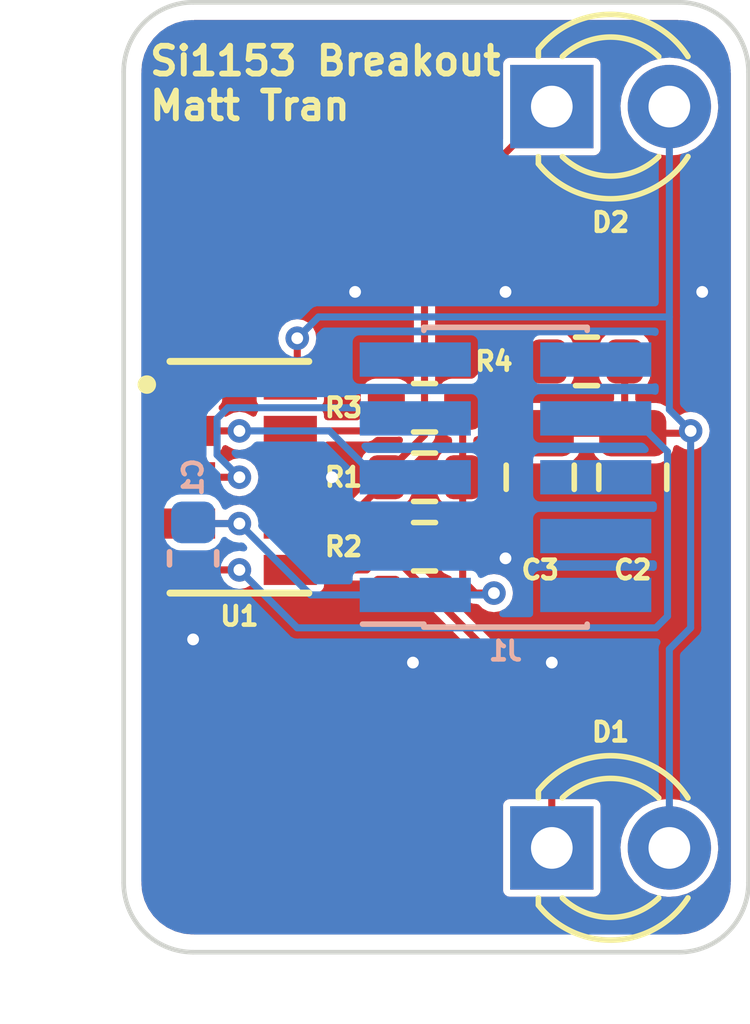
<source format=kicad_pcb>
(kicad_pcb (version 20211014) (generator pcbnew)
  (layers (0 "F.Cu" signal) (31 "B.Cu" signal) (34 "B.Paste" user) (35 "F.Paste" user) (36 "B.SilkS" user "B.Silkscreen") (37 "F.SilkS" user "F.Silkscreen") (38 "B.Mask" user) (39 "F.Mask" user) (44 "Edge.Cuts" user))
  (net 0 "")
  (net 1 "+3V3")
  (net 2 "GND")
  (net 3 "Net-(C2-Pad1)")
  (net 4 "Net-(D1-Pad1)")
  (net 5 "Net-(D2-Pad1)")
  (net 8 "/SDA")
  (net 10 "/SCL")
  (net 11 "/INT")
  (net 14 "Net-(R3-Pad1)")
  (footprint "Capacitor_SMD:C_0805_2012Metric" (layer "F.Cu") (at 156.5 100 -90)
    (fp_text reference "C3" (at 2 0 180) (layer "F.SilkS") (effects (font (size 0.4 0.4) (thickness 0.1))))
    (fp_text value "10u")
    (fp_line (start -0.261252 -0.735) (end 0.261252 -0.735) (layer "F.SilkS") (width 0.12))
    (fp_line (start -0.261252 0.735) (end 0.261252 0.735) (layer "F.SilkS") (width 0.12))
    (pad "1" smd roundrect locked (at -0.95 0 270) (size 1 1.45) (layers "F.Cu" "F.Paste" "F.Mask") (net 3 "Net-(C2-Pad1)"))
    (pad "2" smd roundrect locked (at 0.95 0 270) (size 1 1.45) (layers "F.Cu" "F.Paste" "F.Mask") (net 2 "GND"))
  )
  (footprint "Resistor_SMD:R_0603_1608Metric" (layer "F.Cu") (at 154 100)
    (fp_text reference "R1" (at -1.75 0) (layer "F.SilkS") (effects (font (size 0.4 0.4) (thickness 0.1))))
    (fp_text value "100k")
    (fp_line (start -0.237258 -0.5225) (end 0.237258 -0.5225) (layer "F.SilkS") (width 0.12))
    (fp_line (start -0.237258 0.5225) (end 0.237258 0.5225) (layer "F.SilkS") (width 0.12))
    (pad "1" smd roundrect locked (at -0.825 0) (size 0.8 0.95) (layers "F.Cu" "F.Paste" "F.Mask") (net 5 "Net-(D2-Pad1)"))
    (pad "2" smd roundrect locked (at 0.825 0) (size 0.8 0.95) (layers "F.Cu" "F.Paste" "F.Mask") (net 1 "+3V3"))
  )
  (footprint "Capacitor_SMD:C_0805_2012Metric" (layer "F.Cu") (at 158.5 100 -90)
    (fp_text reference "C2" (at 2 0 180) (layer "F.SilkS") (effects (font (size 0.4 0.4) (thickness 0.1))))
    (fp_text value "10u")
    (fp_line (start -0.261252 -0.735) (end 0.261252 -0.735) (layer "F.SilkS") (width 0.12))
    (fp_line (start -0.261252 0.735) (end 0.261252 0.735) (layer "F.SilkS") (width 0.12))
    (pad "1" smd roundrect locked (at -0.95 0 270) (size 1 1.45) (layers "F.Cu" "F.Paste" "F.Mask") (net 3 "Net-(C2-Pad1)"))
    (pad "2" smd roundrect locked (at 0.95 0 270) (size 1 1.45) (layers "F.Cu" "F.Paste" "F.Mask") (net 2 "GND"))
  )
  (footprint "Resistor_SMD:R_0603_1608Metric" (layer "F.Cu") (at 157.5 97.5)
    (fp_text reference "R4" (at -2 0) (layer "F.SilkS") (effects (font (size 0.4 0.4) (thickness 0.1))))
    (fp_text value "22")
    (fp_line (start -0.237258 -0.5225) (end 0.237258 -0.5225) (layer "F.SilkS") (width 0.12))
    (fp_line (start -0.237258 0.5225) (end 0.237258 0.5225) (layer "F.SilkS") (width 0.12))
    (pad "1" smd roundrect locked (at -0.825 0) (size 0.8 0.95) (layers "F.Cu" "F.Paste" "F.Mask") (net 1 "+3V3"))
    (pad "2" smd roundrect locked (at 0.825 0) (size 0.8 0.95) (layers "F.Cu" "F.Paste" "F.Mask") (net 3 "Net-(C2-Pad1)"))
  )
  (footprint "extraparts:SiliconLabs_LGA-10_P1.0mm" (layer "F.Cu") (at 150 100)
    (fp_text reference "U1" (at 0 3 unlocked) (layer "F.SilkS") (effects (font (size 0.4 0.4) (thickness 0.1))))
    (fp_text value "Si1153-AB9x")
    (fp_line (start -1.5 2.5) (end 1.5 2.5) (layer "F.SilkS") (width 0.15))
    (fp_line (start -1.5 -2.5) (end 1.5 -2.5) (layer "F.SilkS") (width 0.15))
    (fp_circle (center -2 -2) (end -1.9 -2) (layer "F.SilkS") (width 0.2) (fill none))
    (pad "1" smd rect (at -1.1 -2) (size 1.15 0.65) (layers "F.Cu" "F.Paste" "F.Mask"))
    (pad "2" smd rect (at -1.1 -1) (size 1.15 0.65) (layers "F.Cu" "F.Paste" "F.Mask") (net 8 "/SDA"))
    (pad "3" smd rect (at -1.1 0) (size 1.15 0.65) (layers "F.Cu" "F.Paste" "F.Mask") (net 10 "/SCL"))
    (pad "4" smd rect (at -1.1 1) (size 1.15 0.65) (layers "F.Cu" "F.Paste" "F.Mask") (net 1 "+3V3"))
    (pad "5" smd rect (at -1.1 2) (size 1.15 0.65) (layers "F.Cu" "F.Paste" "F.Mask") (net 11 "/INT"))
    (pad "6" smd rect (at 1.1 2) (size 1.15 0.65) (layers "F.Cu" "F.Paste" "F.Mask") (net 4 "Net-(D1-Pad1)"))
    (pad "7" smd rect (at 1.1 1) (size 1.15 0.65) (layers "F.Cu" "F.Paste" "F.Mask") (net 5 "Net-(D2-Pad1)"))
    (pad "8" smd rect (at 1.1 0) (size 1.15 0.65) (layers "F.Cu" "F.Paste" "F.Mask") (net 2 "GND"))
    (pad "9" smd rect (at 1.1 -1) (size 1.15 0.65) (layers "F.Cu" "F.Paste" "F.Mask") (net 14 "Net-(R3-Pad1)"))
    (pad "10" smd rect (at 1.1 -2) (size 1.15 0.65) (layers "F.Cu" "F.Paste" "F.Mask") (net 3 "Net-(C2-Pad1)"))
  )
  (footprint "Resistor_SMD:R_0603_1608Metric" (layer "F.Cu") (at 154 98.5)
    (fp_text reference "R3" (at -1.75 0) (layer "F.SilkS") (effects (font (size 0.4 0.4) (thickness 0.1))))
    (fp_text value "100k")
    (fp_line (start -0.237258 -0.5225) (end 0.237258 -0.5225) (layer "F.SilkS") (width 0.12))
    (fp_line (start -0.237258 0.5225) (end 0.237258 0.5225) (layer "F.SilkS") (width 0.12))
    (pad "1" smd roundrect locked (at -0.825 0) (size 0.8 0.95) (layers "F.Cu" "F.Paste" "F.Mask") (net 14 "Net-(R3-Pad1)"))
    (pad "2" smd roundrect locked (at 0.825 0) (size 0.8 0.95) (layers "F.Cu" "F.Paste" "F.Mask") (net 1 "+3V3"))
  )
  (footprint "LED_THT:LED_D3.0mm_IRGrey" (layer "F.Cu") (at 156.75 108)
    (fp_text reference "D1" (at 1.27 -2.5) (layer "F.SilkS") (effects (font (size 0.4 0.4) (thickness 0.1))))
    (fp_text value "LED2")
    (fp_line (start -0.29 1.08) (end -0.29 1.236) (layer "F.SilkS") (width 0.12))
    (fp_line (start -0.29 -1.236) (end -0.29 -1.08) (layer "F.SilkS") (width 0.12))
    (fp_arc (start -0.29 -1.235516) (mid 1.366487 -1.987659) (end 2.942335 -1.078608) (layer "F.SilkS") (width 0.12))
    (fp_arc (start 2.31113 1.079837) (mid 1.270117 1.5) (end 0.229039 1.08) (layer "F.SilkS") (width 0.12))
    (fp_arc (start 2.942335 1.078608) (mid 1.366487 1.987659) (end -0.29 1.235516) (layer "F.SilkS") (width 0.12))
    (fp_arc (start 0.229039 -1.08) (mid 1.270117 -1.5) (end 2.31113 -1.079837) (layer "F.SilkS") (width 0.12))
    (pad "1" thru_hole rect locked (at 0 0) (size 1.8 1.8) (drill 0.9) (layers *.Cu *.Mask) (net 4 "Net-(D1-Pad1)"))
    (pad "2" thru_hole circle locked (at 2.54 0) (size 1.8 1.8) (drill 0.9) (layers *.Cu *.Mask) (net 3 "Net-(C2-Pad1)"))
  )
  (footprint "Resistor_SMD:R_0603_1608Metric" (layer "F.Cu") (at 154 101.5)
    (fp_text reference "R2" (at -1.75 0) (layer "F.SilkS") (effects (font (size 0.4 0.4) (thickness 0.1))))
    (fp_text value "100k")
    (fp_line (start -0.237258 0.5225) (end 0.237258 0.5225) (layer "F.SilkS") (width 0.12))
    (fp_line (start -0.237258 -0.5225) (end 0.237258 -0.5225) (layer "F.SilkS") (width 0.12))
    (pad "1" smd roundrect locked (at -0.825 0) (size 0.8 0.95) (layers "F.Cu" "F.Paste" "F.Mask") (net 4 "Net-(D1-Pad1)"))
    (pad "2" smd roundrect locked (at 0.825 0) (size 0.8 0.95) (layers "F.Cu" "F.Paste" "F.Mask") (net 1 "+3V3"))
  )
  (footprint "LED_THT:LED_D3.0mm_IRGrey" (layer "F.Cu") (at 156.75 92)
    (fp_text reference "D2" (at 1.27 2.5) (layer "F.SilkS") (effects (font (size 0.4 0.4) (thickness 0.1))))
    (fp_text value "LED3")
    (fp_line (start -0.29 1.08) (end -0.29 1.236) (layer "F.SilkS") (width 0.12))
    (fp_line (start -0.29 -1.236) (end -0.29 -1.08) (layer "F.SilkS") (width 0.12))
    (fp_arc (start -0.29 -1.235516) (mid 1.366487 -1.987659) (end 2.942335 -1.078608) (layer "F.SilkS") (width 0.12))
    (fp_arc (start 0.229039 -1.08) (mid 1.270117 -1.5) (end 2.31113 -1.079837) (layer "F.SilkS") (width 0.12))
    (fp_arc (start 2.31113 1.079837) (mid 1.270117 1.5) (end 0.229039 1.08) (layer "F.SilkS") (width 0.12))
    (fp_arc (start 2.942335 1.078608) (mid 1.366487 1.987659) (end -0.29 1.235516) (layer "F.SilkS") (width 0.12))
    (pad "1" thru_hole rect locked (at 0 0) (size 1.8 1.8) (drill 0.9) (layers *.Cu *.Mask) (net 5 "Net-(D2-Pad1)"))
    (pad "2" thru_hole circle locked (at 2.54 0) (size 1.8 1.8) (drill 0.9) (layers *.Cu *.Mask) (net 3 "Net-(C2-Pad1)"))
  )
  (footprint "Connector_PinHeader_1.27mm:PinHeader_2x05_P1.27mm_Vertical_SMD" (layer "B.Cu") (at 155.75 100)
    (fp_text reference "J1" (at 0 3.75) (layer "B.SilkS") (effects (font (size 0.4 0.4) (thickness 0.1)) (justify mirror)))
    (fp_text value "I2C")
    (fp_line (start -1.765 3.235) (end -1.765 3.17) (layer "B.SilkS") (width 0.12))
    (fp_line (start -1.765 -3.17) (end -1.765 -3.235) (layer "B.SilkS") (width 0.12))
    (fp_line (start 1.765 -3.17) (end 1.765 -3.235) (layer "B.SilkS") (width 0.12))
    (fp_line (start -3.09 3.17) (end -1.765 3.17) (layer "B.SilkS") (width 0.12))
    (fp_line (start -1.765 -3.235) (end 1.765 -3.235) (layer "B.SilkS") (width 0.12))
    (fp_line (start -1.765 3.235) (end 1.765 3.235) (layer "B.SilkS") (width 0.12))
    (fp_line (start 1.765 3.235) (end 1.765 3.17) (layer "B.SilkS") (width 0.12))
    (pad "1" smd rect locked (at -1.95 2.54) (size 2.4 0.74) (layers "B.Cu" "B.Paste" "B.Mask") (net 1 "+3V3"))
    (pad "2" smd rect locked (at 1.95 2.54) (size 2.4 0.74) (layers "B.Cu" "B.Paste" "B.Mask"))
    (pad "3" smd rect locked (at -1.95 1.27) (size 2.4 0.74) (layers "B.Cu" "B.Paste" "B.Mask") (net 2 "GND"))
    (pad "4" smd rect locked (at 1.95 1.27) (size 2.4 0.74) (layers "B.Cu" "B.Paste" "B.Mask"))
    (pad "5" smd rect locked (at -1.95 0) (size 2.4 0.74) (layers "B.Cu" "B.Paste" "B.Mask") (net 8 "/SDA"))
    (pad "6" smd rect locked (at 1.95 0) (size 2.4 0.74) (layers "B.Cu" "B.Paste" "B.Mask"))
    (pad "7" smd rect locked (at -1.95 -1.27) (size 2.4 0.74) (layers "B.Cu" "B.Paste" "B.Mask") (net 10 "/SCL"))
    (pad "8" smd rect locked (at 1.95 -1.27) (size 2.4 0.74) (layers "B.Cu" "B.Paste" "B.Mask") (net 11 "/INT"))
    (pad "9" smd rect locked (at -1.95 -2.54) (size 2.4 0.74) (layers "B.Cu" "B.Paste" "B.Mask"))
    (pad "10" smd rect locked (at 1.95 -2.54) (size 2.4 0.74) (layers "B.Cu" "B.Paste" "B.Mask"))
  )
  (footprint "Capacitor_SMD:C_0603_1608Metric" (layer "B.Cu") (at 149 101.75 -90)
    (fp_text reference "C1" (at -1.75 0 90) (layer "B.SilkS") (effects (font (size 0.4 0.4) (thickness 0.1)) (justify mirror)))
    (fp_text value "100n")
    (fp_line (start -0.14058 0.51) (end 0.14058 0.51) (layer "B.SilkS") (width 0.12))
    (fp_line (start -0.14058 -0.51) (end 0.14058 -0.51) (layer "B.SilkS") (width 0.12))
    (pad "1" smd roundrect locked (at -0.775 0 270) (size 0.9 0.95) (layers "B.Cu" "B.Paste" "B.Mask") (net 1 "+3V3"))
    (pad "2" smd roundrect locked (at 0.775 0 270) (size 0.9 0.95) (layers "B.Cu" "B.Paste" "B.Mask") (net 2 "GND"))
  )
  (gr_arc (start 147.5 91.25) (mid 147.93934 90.18934) (end 149 89.75) (layer "Edge.Cuts") (width 0.1))
  (gr_line (start 149 110.25) (end 159.5 110.25) (layer "Edge.Cuts") (width 0.1))
  (gr_arc (start 149 110.25) (mid 147.93934 109.81066) (end 147.5 108.75) (layer "Edge.Cuts") (width 0.1))
  (gr_line (start 161 108.75) (end 161 91.25) (layer "Edge.Cuts") (width 0.1))
  (gr_arc (start 161 108.75) (mid 160.56066 109.81066) (end 159.5 110.25) (layer "Edge.Cuts") (width 0.1))
  (gr_arc (start 159.5 89.75) (mid 160.56066 90.18934) (end 161 91.25) (layer "Edge.Cuts") (width 0.1))
  (gr_line (start 159.5 89.75) (end 149 89.75) (layer "Edge.Cuts") (width 0.1))
  (gr_line (start 147.5 91.25) (end 147.5 108.75) (layer "Edge.Cuts") (width 0.1))
  (gr_text "Si1153 Breakout\nMatt Tran" (at 148 91.5) (layer "F.SilkS") (effects (font (size 0.6 0.6) (thickness 0.127)) (justify left)))
  (segment (start 156.675 97.5) (end 155.75 97.5) (width 0.1524) (layer "F.Cu") (net 1))
  (segment (start 154.825 98.425) (end 154.825 98.5) (width 0.1524) (layer "F.Cu") (net 1))
  (segment (start 155.5 102.5) (end 155.1 102.5) (width 0.1524) (layer "F.Cu") (net 1))
  (segment (start 154.825 102.225) (end 154.825 101.5) (width 0.1524) (layer "F.Cu") (net 1))
  (segment (start 155.1 102.5) (end 154.825 102.225) (width 0.1524) (layer "F.Cu") (net 1))
  (segment (start 155.75 97.5) (end 154.825 98.425) (width 0.1524) (layer "F.Cu") (net 1))
  (segment (start 148.9 101) (end 150 101) (width 0.1524) (layer "F.Cu") (net 1))
  (segment (start 154.825 98.5) (end 154.825 101.5) (width 0.1524) (layer "F.Cu") (net 1))
  (via (at 150 101) (size 0.508) (drill 0.254) (layers "F.Cu" "B.Cu") (net 1))
  (via (at 155.5 102.5) (size 0.508) (drill 0.254) (layers "F.Cu" "B.Cu") (net 1))
  (segment (start 150 101) (end 149.025 101) (width 0.1524) (layer "B.Cu") (net 1))
  (segment (start 149.025 101) (end 149 100.975) (width 0.1524) (layer "B.Cu") (net 1))
  (segment (start 155.46 102.54) (end 155.5 102.5) (width 0.1524) (layer "B.Cu") (net 1))
  (segment (start 150 101) (end 151.54 102.54) (width 0.1524) (layer "B.Cu") (net 1))
  (segment (start 151.54 102.54) (end 153.8 102.54) (width 0.1524) (layer "B.Cu") (net 1))
  (segment (start 153.8 102.54) (end 155.46 102.54) (width 0.1524) (layer "B.Cu") (net 1))
  (via (at 149 103.5) (size 0.508) (drill 0.254) (layers "F.Cu" "B.Cu") (net 2))
  (via (at 152.5 96) (size 0.508) (drill 0.254) (layers "F.Cu" "B.Cu") (net 2))
  (via (at 152 100) (size 0.508) (drill 0.254) (layers "F.Cu" "B.Cu") (net 2))
  (via (at 156.75 104) (size 0.508) (drill 0.254) (layers "F.Cu" "B.Cu") (net 2))
  (via (at 160 96) (size 0.508) (drill 0.254) (layers "F.Cu" "B.Cu") (net 2))
  (via (at 153.75 104) (size 0.508) (drill 0.254) (layers "F.Cu" "B.Cu") (net 2))
  (via (at 155.75 101.75) (size 0.508) (drill 0.254) (layers "F.Cu" "B.Cu") (net 2))
  (via (at 155.75 96) (size 0.508) (drill 0.254) (layers "F.Cu" "B.Cu") (net 2))
  (segment (start 151.1 98) (end 151.25 97.85) (width 0.1524) (layer "F.Cu") (net 3))
  (segment (start 151.25 97.85) (end 151.25 97) (width 0.1524) (layer "F.Cu") (net 3))
  (segment (start 158.325 97.5) (end 158.325 98.875) (width 0.1524) (layer "F.Cu") (net 3))
  (segment (start 156.5 99.05) (end 158.5 99.05) (width 0.1524) (layer "F.Cu") (net 3))
  (segment (start 159.7 99.05) (end 159.75 99) (width 0.1524) (layer "F.Cu") (net 3))
  (segment (start 158.5 99.05) (end 159.7 99.05) (width 0.1524) (layer "F.Cu") (net 3))
  (segment (start 158.325 98.875) (end 158.5 99.05) (width 0.1524) (layer "F.Cu") (net 3))
  (via (at 151.25 97) (size 0.508) (drill 0.254) (layers "F.Cu" "B.Cu") (net 3))
  (via (at 159.75 99) (size 0.508) (drill 0.254) (layers "F.Cu" "B.Cu") (net 3))
  (segment (start 159.29 98.54) (end 159.29 96.54) (width 0.1524) (layer "B.Cu") (net 3))
  (segment (start 151.25 97) (end 151.71 96.54) (width 0.1524) (layer "B.Cu") (net 3))
  (segment (start 159.29 96.54) (end 159.29 92) (width 0.1524) (layer "B.Cu") (net 3))
  (segment (start 159.75 99) (end 159.29 98.54) (width 0.1524) (layer "B.Cu") (net 3))
  (segment (start 159.75 99) (end 159.75 103.25) (width 0.1524) (layer "B.Cu") (net 3))
  (segment (start 151.71 96.54) (end 159.29 96.54) (width 0.1524) (layer "B.Cu") (net 3))
  (segment (start 159.29 103.71) (end 159.29 108) (width 0.1524) (layer "B.Cu") (net 3))
  (segment (start 159.75 103.25) (end 159.29 103.71) (width 0.1524) (layer "B.Cu") (net 3))
  (segment (start 156.75 108) (end 156.75 105.1375) (width 0.1524) (layer "F.Cu") (net 4))
  (segment (start 153.175 101.575) (end 153.175 101.5) (width 0.1524) (layer "F.Cu") (net 4))
  (segment (start 153.175 101.5625) (end 153.175 101.5) (width 0.1524) (layer "F.Cu") (net 4))
  (segment (start 151.1 102) (end 152.75 102) (width 0.1524) (layer "F.Cu") (net 4))
  (segment (start 156.75 105.1375) (end 153.175 101.5625) (width 0.1524) (layer "F.Cu") (net 4))
  (segment (start 152.75 102) (end 153.175 101.575) (width 0.1524) (layer "F.Cu") (net 4))
  (segment (start 153.175 100.075) (end 153.175 100) (width 0.1524) (layer "F.Cu") (net 5))
  (segment (start 153.175 99.9125) (end 154 99.0875) (width 0.1524) (layer "F.Cu") (net 5))
  (segment (start 154 99.0875) (end 154 94.75) (width 0.1524) (layer "F.Cu") (net 5))
  (segment (start 151.1 101) (end 152.25 101) (width 0.1524) (layer "F.Cu") (net 5))
  (segment (start 154 94.75) (end 156.75 92) (width 0.1524) (layer "F.Cu") (net 5))
  (segment (start 153.175 100) (end 153.175 99.9125) (width 0.1524) (layer "F.Cu") (net 5))
  (segment (start 152.25 101) (end 153.175 100.075) (width 0.1524) (layer "F.Cu") (net 5))
  (segment (start 148.9 99) (end 150 99) (width 0.1524) (layer "F.Cu") (net 8))
  (via (at 150 99) (size 0.508) (drill 0.254) (layers "F.Cu" "B.Cu") (net 8))
  (segment (start 152.95 100) (end 153.8 100) (width 0.1524) (layer "B.Cu") (net 8))
  (segment (start 150 99) (end 151.95 99) (width 0.1524) (layer "B.Cu") (net 8))
  (segment (start 151.95 99) (end 152.95 100) (width 0.1524) (layer "B.Cu") (net 8))
  (segment (start 148.9 100) (end 150 100) (width 0.1524) (layer "F.Cu") (net 10))
  (via (at 150 100) (size 0.508) (drill 0.254) (layers "F.Cu" "B.Cu") (net 10))
  (segment (start 149.75 98.5) (end 153.57 98.5) (width 0.1524) (layer "B.Cu") (net 10))
  (segment (start 150 100) (end 149.517889 99.517889) (width 0.1524) (layer "B.Cu") (net 10))
  (segment (start 149.517889 99.517889) (end 149.517889 98.732111) (width 0.1524) (layer "B.Cu") (net 10))
  (segment (start 149.517889 98.732111) (end 149.75 98.5) (width 0.1524) (layer "B.Cu") (net 10))
  (segment (start 153.57 98.5) (end 153.8 98.73) (width 0.1524) (layer "B.Cu") (net 10))
  (segment (start 148.9 102) (end 150 102) (width 0.1524) (layer "F.Cu") (net 11))
  (via (at 150 102) (size 0.508) (drill 0.254) (layers "F.Cu" "B.Cu") (net 11))
  (segment (start 158.53 98.73) (end 157.7 98.73) (width 0.1524) (layer "B.Cu") (net 11))
  (segment (start 159 103.25) (end 159.25 103) (width 0.1524) (layer "B.Cu") (net 11))
  (segment (start 150 102) (end 151.25 103.25) (width 0.1524) (layer "B.Cu") (net 11))
  (segment (start 159.25 103) (end 159.25 99.45) (width 0.1524) (layer "B.Cu") (net 11))
  (segment (start 151.25 103.25) (end 159 103.25) (width 0.1524) (layer "B.Cu") (net 11))
  (segment (start 159.25 99.45) (end 158.53 98.73) (width 0.1524) (layer "B.Cu") (net 11))
  (segment (start 152.75 99) (end 153.175 98.575) (width 0.1524) (layer "F.Cu") (net 14))
  (segment (start 151.1 99) (end 152.75 99) (width 0.1524) (layer "F.Cu") (net 14))
  (segment (start 153.175 98.575) (end 153.175 98.5) (width 0.1524) (layer "F.Cu") (net 14))
  (zone (net 2) (net_name "GND") (layers F&B.Cu) (connect_pads yes (clearance 0.1524)) (min_thickness 0.1524) (fill yes (thermal_gap 0.508) (thermal_bridge_width 0.508))
    (polygon (pts (xy 161 110.25) (xy 147.5 110.25) (xy 147.5 89.75) (xy 161 89.75)))
  )
)
</source>
